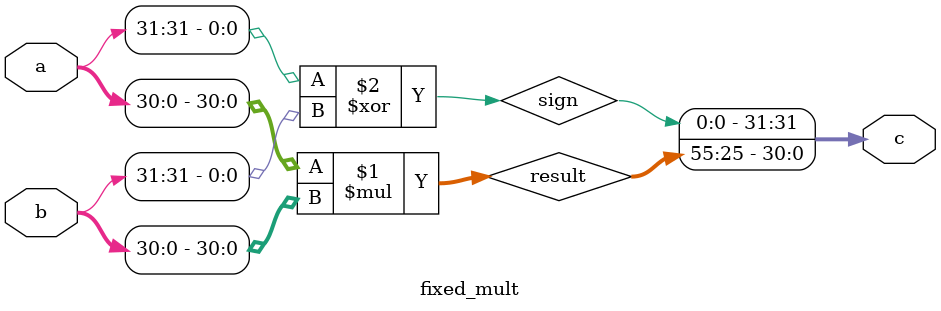
<source format=v>

`timescale 1ns / 100ps
`include "common.h"

module fixed_mult
(
    // input
    a,
    b,
    // output
    c
);

parameter WL = 32;
parameter IWL = 8;

// input
input wire [WL-1:0] a;
input wire [WL-1:0] b;

// output
output wire [WL-1:0] c;


// internal
wire [2*WL-1:0] result;
wire sign;
wire overflow;

assign result = a[WL-2:0] * b[WL-2:0];
assign sign = a[WL-1]^b[WL-1];

assign c = {sign,result[IWL+2*(WL-IWL)-1-:WL-1]};

assign overflow = (result[2*WL-1:IWL+2*(WL-IWL)] > 'b0) ? 1'b1 : 1'b0;

endmodule

</source>
